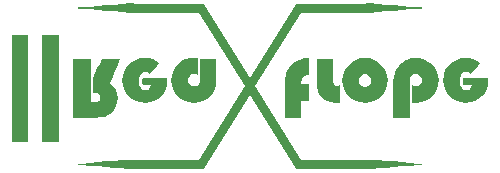
<source format=gbr>
G04 EAGLE Gerber RS-274X export*
G75*
%MOMM*%
%FSLAX34Y34*%
%LPD*%
%INSilkscreen Bottom*%
%IPPOS*%
%AMOC8*
5,1,8,0,0,1.08239X$1,22.5*%
G01*

G36*
X339562Y9246D02*
X339562Y9246D01*
X342914Y9491D01*
X349622Y9984D01*
X356329Y10504D01*
X363037Y11052D01*
X369745Y11627D01*
X376452Y12233D01*
X383157Y12891D01*
X383158Y12893D01*
X383160Y12895D01*
X383158Y12897D01*
X383157Y12900D01*
X376452Y13561D01*
X369745Y14168D01*
X363037Y14743D01*
X356329Y15291D01*
X349622Y15811D01*
X342914Y16304D01*
X339562Y16548D01*
X336207Y16769D01*
X336206Y16769D01*
X329499Y16700D01*
X277949Y16700D01*
X238918Y79045D01*
X277949Y141393D01*
X329499Y141393D01*
X336206Y141355D01*
X336206Y141356D01*
X336207Y141355D01*
X342914Y141838D01*
X349622Y142334D01*
X356329Y142851D01*
X363037Y143395D01*
X369745Y143960D01*
X376452Y144553D01*
X383157Y145190D01*
X383158Y145192D01*
X383160Y145193D01*
X383160Y145194D01*
X383158Y145196D01*
X383157Y145198D01*
X376452Y145836D01*
X369745Y146428D01*
X363037Y146993D01*
X356329Y147538D01*
X349622Y148054D01*
X342914Y148550D01*
X336207Y149033D01*
X336206Y149033D01*
X329499Y148995D01*
X273740Y148995D01*
X273738Y148993D01*
X273736Y148993D01*
X272620Y147212D01*
X234435Y86208D01*
X196250Y147212D01*
X195133Y148993D01*
X195131Y148994D01*
X195130Y148995D01*
X139371Y148995D01*
X132663Y149033D01*
X125955Y148550D01*
X119248Y148054D01*
X112540Y147538D01*
X105832Y146993D01*
X99128Y146428D01*
X92421Y145836D01*
X85713Y145198D01*
X85711Y145197D01*
X85709Y145195D01*
X85710Y145195D01*
X85709Y145194D01*
X85711Y145192D01*
X85713Y145190D01*
X92421Y144553D01*
X99128Y143960D01*
X105832Y143395D01*
X112540Y142851D01*
X119248Y142334D01*
X125955Y141838D01*
X132663Y141355D01*
X132663Y141356D01*
X132663Y141355D01*
X139371Y141393D01*
X190924Y141393D01*
X229951Y79045D01*
X190924Y16700D01*
X139371Y16700D01*
X132663Y16769D01*
X129307Y16548D01*
X125955Y16304D01*
X119248Y15811D01*
X112540Y15291D01*
X105832Y14743D01*
X99128Y14168D01*
X92421Y13561D01*
X85713Y12900D01*
X85711Y12898D01*
X85709Y12896D01*
X85710Y12896D01*
X85709Y12896D01*
X85711Y12894D01*
X85713Y12891D01*
X92421Y12233D01*
X99128Y11627D01*
X105832Y11052D01*
X112540Y10504D01*
X119248Y9984D01*
X125955Y9491D01*
X129307Y9246D01*
X132663Y9026D01*
X139371Y9095D01*
X195130Y9095D01*
X195132Y9096D01*
X195133Y9097D01*
X196250Y10881D01*
X234435Y71881D01*
X272620Y10881D01*
X273736Y9097D01*
X273739Y9096D01*
X273740Y9095D01*
X329499Y9095D01*
X336206Y9026D01*
X336207Y9026D01*
X339562Y9246D01*
G37*
G36*
X103676Y52248D02*
X103676Y52248D01*
X107786Y52517D01*
X107787Y52517D01*
X111408Y53326D01*
X111408Y53327D01*
X111409Y53327D01*
X114540Y54677D01*
X114540Y54678D01*
X114541Y54678D01*
X117183Y56566D01*
X117184Y56566D01*
X119520Y59143D01*
X119520Y59144D01*
X121191Y62048D01*
X121191Y62049D01*
X121192Y62049D01*
X122194Y65277D01*
X122194Y65278D01*
X122529Y68826D01*
X122528Y68827D01*
X122529Y68827D01*
X122112Y72469D01*
X122111Y72469D01*
X122111Y72470D01*
X120871Y75811D01*
X120871Y75812D01*
X118800Y78854D01*
X118800Y78855D01*
X115904Y81602D01*
X118043Y86750D01*
X120186Y91900D01*
X122325Y97051D01*
X124468Y102201D01*
X124468Y102202D01*
X124467Y102204D01*
X124466Y102207D01*
X124465Y102206D01*
X124464Y102207D01*
X108871Y102207D01*
X108869Y102205D01*
X108868Y102205D01*
X107066Y98177D01*
X105264Y94153D01*
X103462Y90126D01*
X101660Y86102D01*
X101661Y86101D01*
X101660Y86100D01*
X101660Y73257D01*
X101664Y73253D01*
X102835Y73253D01*
X104884Y73001D01*
X106347Y72248D01*
X107221Y70992D01*
X107517Y69230D01*
X107176Y67682D01*
X106161Y66574D01*
X104471Y65906D01*
X102105Y65686D01*
X99474Y65686D01*
X99474Y102203D01*
X99470Y102207D01*
X84611Y102207D01*
X84607Y102203D01*
X84607Y52252D01*
X84610Y52248D01*
X84611Y52248D01*
X103676Y52248D01*
X103676Y52248D01*
G37*
G36*
X369542Y52252D02*
X369542Y52252D01*
X369542Y82149D01*
X369869Y85334D01*
X370850Y87607D01*
X372482Y88973D01*
X374771Y89428D01*
X375845Y89331D01*
X376833Y89045D01*
X377735Y88574D01*
X378554Y87909D01*
X379235Y87111D01*
X379721Y86233D01*
X380013Y85273D01*
X380110Y84233D01*
X380017Y83163D01*
X379741Y82181D01*
X379287Y81290D01*
X378647Y80488D01*
X377876Y79824D01*
X377019Y79348D01*
X376082Y79063D01*
X375064Y78970D01*
X374286Y79053D01*
X373456Y79297D01*
X372568Y79710D01*
X371624Y80285D01*
X371623Y80285D01*
X371622Y80286D01*
X371621Y80285D01*
X371619Y80284D01*
X371619Y80283D01*
X371618Y80282D01*
X371618Y65206D01*
X371621Y65202D01*
X371622Y65202D01*
X372758Y65105D01*
X372759Y65105D01*
X373744Y65036D01*
X374588Y64995D01*
X375284Y64981D01*
X379005Y65329D01*
X379006Y65330D01*
X379006Y65329D01*
X382451Y66373D01*
X382451Y66374D01*
X382452Y66373D01*
X385621Y68110D01*
X385622Y68110D01*
X388513Y70546D01*
X390925Y73468D01*
X390925Y73469D01*
X392648Y76676D01*
X392648Y76677D01*
X393678Y80167D01*
X393678Y80168D01*
X394023Y83940D01*
X394022Y83940D01*
X394023Y83941D01*
X393675Y87792D01*
X393674Y87793D01*
X393675Y87793D01*
X392624Y91324D01*
X392623Y91325D01*
X392624Y91325D01*
X390873Y94543D01*
X390873Y94544D01*
X388423Y97448D01*
X385464Y99850D01*
X385463Y99850D01*
X382183Y101566D01*
X382182Y101566D01*
X378582Y102596D01*
X378581Y102596D01*
X374661Y102937D01*
X374660Y102937D01*
X372624Y102827D01*
X370612Y102489D01*
X370611Y102489D01*
X368624Y101928D01*
X368623Y101928D01*
X366663Y101146D01*
X366663Y101145D01*
X366662Y101145D01*
X364799Y100170D01*
X364798Y100170D01*
X363110Y99040D01*
X361587Y97755D01*
X360240Y96315D01*
X360240Y96314D01*
X360239Y96314D01*
X358317Y93482D01*
X358317Y93481D01*
X356945Y90264D01*
X356945Y90263D01*
X356122Y86656D01*
X356122Y86655D01*
X355846Y82662D01*
X355846Y52252D01*
X355850Y52248D01*
X369538Y52248D01*
X369542Y52252D01*
G37*
G36*
X72333Y31919D02*
X72333Y31919D01*
X72333Y122532D01*
X72330Y122537D01*
X72329Y122536D01*
X72329Y122537D01*
X58725Y122537D01*
X58720Y122533D01*
X58721Y122533D01*
X58720Y122532D01*
X58720Y31919D01*
X58724Y31915D01*
X58725Y31915D01*
X72329Y31915D01*
X72333Y31919D01*
G37*
G36*
X46447Y31919D02*
X46447Y31919D01*
X46447Y122532D01*
X46443Y122537D01*
X46443Y122536D01*
X46443Y122537D01*
X32842Y122537D01*
X32837Y122533D01*
X32838Y122533D01*
X32837Y122532D01*
X32837Y31919D01*
X32841Y31915D01*
X32842Y31915D01*
X46443Y31915D01*
X46447Y31919D01*
G37*
G36*
X191158Y65305D02*
X191158Y65305D01*
X191159Y65305D01*
X194883Y66277D01*
X194884Y66277D01*
X198139Y67896D01*
X198139Y67897D01*
X198140Y67897D01*
X200927Y70160D01*
X200927Y70161D01*
X200928Y70161D01*
X203164Y72986D01*
X204759Y76287D01*
X204759Y76288D01*
X205717Y80060D01*
X205717Y80061D01*
X206034Y84309D01*
X206034Y102203D01*
X206030Y102207D01*
X192346Y102207D01*
X192342Y102203D01*
X192342Y85294D01*
X192252Y83924D01*
X191987Y82698D01*
X191546Y81620D01*
X190930Y80687D01*
X190166Y79937D01*
X189282Y79400D01*
X188277Y79077D01*
X187147Y78970D01*
X186104Y79066D01*
X185137Y79362D01*
X184242Y79855D01*
X183419Y80543D01*
X182731Y81366D01*
X182239Y82261D01*
X181946Y83228D01*
X181846Y84271D01*
X181936Y85356D01*
X182201Y86337D01*
X182648Y87218D01*
X183271Y87999D01*
X184032Y88639D01*
X184889Y89097D01*
X185842Y89372D01*
X186893Y89462D01*
X187770Y89403D01*
X188621Y89224D01*
X189437Y88928D01*
X190218Y88512D01*
X190219Y88512D01*
X190220Y88511D01*
X190221Y88512D01*
X190224Y88513D01*
X190224Y88514D01*
X190225Y88515D01*
X190225Y102678D01*
X190221Y102682D01*
X189398Y102810D01*
X188612Y102903D01*
X187861Y102958D01*
X187148Y102975D01*
X187147Y102975D01*
X183202Y102638D01*
X183202Y102637D01*
X183202Y102638D01*
X179598Y101621D01*
X179597Y101621D01*
X176338Y99929D01*
X176337Y99929D01*
X173423Y97559D01*
X173423Y97558D01*
X173422Y97558D01*
X171021Y94678D01*
X171021Y94677D01*
X169305Y91456D01*
X169305Y91455D01*
X168275Y87890D01*
X168275Y87889D01*
X168274Y87889D01*
X168275Y87889D01*
X168274Y87889D01*
X167930Y83979D01*
X167930Y83978D01*
X168278Y80157D01*
X168278Y80156D01*
X169318Y76639D01*
X169319Y76639D01*
X169319Y76638D01*
X171052Y73424D01*
X171052Y73423D01*
X173477Y70509D01*
X173478Y70509D01*
X173478Y70508D01*
X176399Y68090D01*
X176400Y68090D01*
X176400Y68089D01*
X179621Y66363D01*
X179622Y66363D01*
X183143Y65326D01*
X183144Y65326D01*
X186964Y64981D01*
X186965Y64981D01*
X191158Y65305D01*
G37*
G36*
X421104Y65246D02*
X421104Y65246D01*
X421105Y65247D01*
X424598Y66259D01*
X424599Y66260D01*
X427776Y67944D01*
X427776Y67945D01*
X430636Y70308D01*
X430636Y70309D01*
X432996Y73165D01*
X432997Y73166D01*
X434685Y76332D01*
X435694Y79815D01*
X435694Y79816D01*
X435695Y79816D01*
X436032Y83613D01*
X436025Y84075D01*
X435998Y84654D01*
X435950Y85356D01*
X435950Y85357D01*
X435888Y86173D01*
X435884Y86177D01*
X435883Y86177D01*
X415134Y86177D01*
X415131Y86174D01*
X415129Y86174D01*
X414923Y85406D01*
X414923Y85405D01*
X414771Y84665D01*
X414771Y84664D01*
X414685Y83958D01*
X414654Y83283D01*
X414654Y83282D01*
X414695Y82373D01*
X414695Y82372D01*
X414819Y81470D01*
X414819Y81469D01*
X415026Y80577D01*
X415312Y79695D01*
X415315Y79693D01*
X415316Y79692D01*
X422266Y79692D01*
X421706Y77920D01*
X420756Y76654D01*
X419421Y75893D01*
X417696Y75638D01*
X416475Y75776D01*
X415373Y76182D01*
X414392Y76864D01*
X413528Y77814D01*
X412822Y78978D01*
X412320Y80297D01*
X412020Y81767D01*
X411917Y83393D01*
X412016Y85084D01*
X412306Y86602D01*
X412791Y87952D01*
X413473Y89136D01*
X414309Y90097D01*
X415270Y90782D01*
X416347Y91192D01*
X417548Y91329D01*
X418564Y91202D01*
X419558Y90816D01*
X420540Y90176D01*
X421497Y89281D01*
X421503Y89280D01*
X421503Y89281D01*
X423453Y91624D01*
X425403Y93966D01*
X427350Y96309D01*
X429299Y98648D01*
X429299Y98654D01*
X426498Y100529D01*
X426497Y100528D01*
X426497Y100529D01*
X423541Y101869D01*
X420440Y102672D01*
X420439Y102672D01*
X417184Y102937D01*
X417183Y102937D01*
X413283Y102596D01*
X413282Y102596D01*
X409706Y101576D01*
X409705Y101576D01*
X406457Y99871D01*
X406457Y99870D01*
X406456Y99870D01*
X403531Y97486D01*
X399906Y93153D01*
X399906Y93152D01*
X399905Y93151D01*
X398348Y87841D01*
X398349Y87841D01*
X398348Y87840D01*
X398004Y83979D01*
X398004Y83978D01*
X398352Y80126D01*
X398352Y80125D01*
X399399Y76584D01*
X399400Y76583D01*
X399399Y76583D01*
X401143Y73355D01*
X401143Y73354D01*
X403586Y70436D01*
X406535Y68017D01*
X406536Y68017D01*
X409802Y66291D01*
X409803Y66291D01*
X409803Y66290D01*
X413389Y65253D01*
X413390Y65254D01*
X413390Y65253D01*
X417293Y64909D01*
X417294Y64909D01*
X421104Y65246D01*
G37*
G36*
X149500Y65246D02*
X149500Y65246D01*
X149500Y65247D01*
X149501Y65247D01*
X152994Y66259D01*
X152994Y66260D01*
X152995Y66260D01*
X156168Y67944D01*
X156168Y67945D01*
X159028Y70308D01*
X159028Y70309D01*
X161392Y73165D01*
X161392Y73166D01*
X163077Y76332D01*
X164090Y79815D01*
X164090Y79816D01*
X164428Y83613D01*
X164417Y84075D01*
X164390Y84654D01*
X164345Y85356D01*
X164345Y85357D01*
X164280Y86173D01*
X164276Y86177D01*
X164275Y86177D01*
X143529Y86177D01*
X143526Y86174D01*
X143525Y86174D01*
X143315Y85406D01*
X143315Y85405D01*
X143167Y84665D01*
X143167Y84664D01*
X143166Y84664D01*
X143077Y83958D01*
X143049Y83283D01*
X143050Y83282D01*
X143049Y83282D01*
X143091Y82373D01*
X143091Y82372D01*
X143211Y81470D01*
X143212Y81469D01*
X143211Y81469D01*
X143418Y80577D01*
X143708Y79695D01*
X143711Y79693D01*
X143712Y79692D01*
X150658Y79692D01*
X150098Y77920D01*
X149152Y76654D01*
X147813Y75893D01*
X146089Y75638D01*
X144870Y75776D01*
X143769Y76182D01*
X142784Y76864D01*
X141920Y77814D01*
X141218Y78978D01*
X140715Y80297D01*
X140412Y81767D01*
X140312Y83393D01*
X140409Y85084D01*
X140701Y86602D01*
X141187Y87952D01*
X141865Y89136D01*
X142705Y90097D01*
X143662Y90782D01*
X144743Y91192D01*
X145944Y91329D01*
X146956Y91202D01*
X147954Y90816D01*
X148932Y90176D01*
X149893Y89281D01*
X149898Y89280D01*
X149898Y89281D01*
X149899Y89281D01*
X151849Y91624D01*
X153795Y93966D01*
X155745Y96309D01*
X157692Y98648D01*
X157692Y98654D01*
X157691Y98654D01*
X154890Y100529D01*
X154889Y100528D01*
X154889Y100529D01*
X151937Y101869D01*
X151936Y101869D01*
X148832Y102672D01*
X148831Y102672D01*
X145576Y102937D01*
X145575Y102937D01*
X141675Y102596D01*
X141674Y102596D01*
X138102Y101576D01*
X138101Y101576D01*
X134852Y99871D01*
X134852Y99870D01*
X131923Y97486D01*
X129508Y94595D01*
X129507Y94595D01*
X127781Y91380D01*
X126744Y87841D01*
X126744Y87840D01*
X126396Y83979D01*
X126396Y83978D01*
X126747Y80126D01*
X126748Y80126D01*
X126747Y80125D01*
X127795Y76584D01*
X127795Y76583D01*
X129538Y73355D01*
X129539Y73355D01*
X129539Y73354D01*
X131978Y70436D01*
X134927Y68017D01*
X134928Y68017D01*
X138198Y66291D01*
X138198Y66290D01*
X141781Y65253D01*
X141782Y65254D01*
X141782Y65253D01*
X145685Y64909D01*
X145686Y64909D01*
X149500Y65246D01*
G37*
G36*
X277875Y52252D02*
X277875Y52252D01*
X277874Y52252D01*
X277875Y52252D01*
X277875Y66225D01*
X284017Y66225D01*
X284021Y66229D01*
X284021Y80685D01*
X284017Y80689D01*
X277875Y80689D01*
X277961Y82693D01*
X277961Y82695D01*
X277962Y82703D01*
X277963Y82707D01*
X277964Y82712D01*
X277965Y82720D01*
X277966Y82724D01*
X277966Y82729D01*
X277968Y82737D01*
X277968Y82741D01*
X277969Y82746D01*
X277970Y82754D01*
X277971Y82758D01*
X277971Y82763D01*
X277972Y82763D01*
X277971Y82763D01*
X277972Y82767D01*
X277973Y82771D01*
X277973Y82775D01*
X277974Y82780D01*
X277975Y82784D01*
X277975Y82788D01*
X277976Y82792D01*
X277977Y82797D01*
X277977Y82801D01*
X277978Y82805D01*
X277979Y82809D01*
X277979Y82814D01*
X277980Y82818D01*
X277981Y82822D01*
X277981Y82826D01*
X277982Y82831D01*
X277983Y82835D01*
X277983Y82839D01*
X277984Y82843D01*
X277984Y82848D01*
X277985Y82852D01*
X277986Y82860D01*
X277987Y82865D01*
X277988Y82869D01*
X277989Y82877D01*
X277990Y82882D01*
X277990Y82886D01*
X277992Y82894D01*
X277992Y82899D01*
X277993Y82903D01*
X277994Y82911D01*
X277995Y82916D01*
X277995Y82920D01*
X277996Y82920D01*
X277995Y82920D01*
X277996Y82924D01*
X277997Y82928D01*
X277997Y82933D01*
X277998Y82937D01*
X277999Y82941D01*
X277999Y82945D01*
X278000Y82950D01*
X278001Y82954D01*
X278001Y82958D01*
X278002Y82962D01*
X278003Y82967D01*
X278003Y82971D01*
X278004Y82975D01*
X278005Y82979D01*
X278005Y82984D01*
X278006Y82988D01*
X278007Y82992D01*
X278007Y82996D01*
X278008Y83001D01*
X278008Y83005D01*
X278009Y83009D01*
X278010Y83013D01*
X278010Y83018D01*
X278011Y83022D01*
X278012Y83026D01*
X278013Y83035D01*
X278014Y83039D01*
X278014Y83043D01*
X278016Y83052D01*
X278016Y83056D01*
X278017Y83060D01*
X278018Y83069D01*
X278019Y83073D01*
X278019Y83077D01*
X278020Y83077D01*
X278019Y83077D01*
X278021Y83086D01*
X278021Y83090D01*
X278022Y83094D01*
X278023Y83098D01*
X278023Y83103D01*
X278024Y83107D01*
X278025Y83111D01*
X278025Y83115D01*
X278026Y83120D01*
X278027Y83124D01*
X278027Y83128D01*
X278028Y83132D01*
X278029Y83137D01*
X278029Y83141D01*
X278030Y83145D01*
X278030Y83149D01*
X278031Y83149D01*
X278031Y83154D01*
X278032Y83158D01*
X278032Y83162D01*
X278033Y83166D01*
X278034Y83171D01*
X278034Y83175D01*
X278035Y83179D01*
X278036Y83183D01*
X278037Y83192D01*
X278038Y83196D01*
X278038Y83200D01*
X278040Y83209D01*
X278040Y83213D01*
X278041Y83217D01*
X278042Y83226D01*
X278043Y83230D01*
X278043Y83234D01*
X278044Y83234D01*
X278043Y83234D01*
X278045Y83243D01*
X278045Y83247D01*
X278046Y83251D01*
X278047Y83260D01*
X278048Y83264D01*
X278049Y83268D01*
X278049Y83273D01*
X278050Y83277D01*
X278051Y83281D01*
X278051Y83285D01*
X278052Y83290D01*
X278053Y83294D01*
X278053Y83298D01*
X278054Y83302D01*
X278054Y83307D01*
X278055Y83307D01*
X278055Y83311D01*
X278056Y83315D01*
X278056Y83319D01*
X278057Y83324D01*
X278058Y83328D01*
X278058Y83332D01*
X278059Y83336D01*
X278060Y83341D01*
X278060Y83345D01*
X278061Y83349D01*
X278062Y83353D01*
X278062Y83358D01*
X278064Y83366D01*
X278064Y83370D01*
X278065Y83375D01*
X278066Y83383D01*
X278067Y83387D01*
X278067Y83392D01*
X278068Y83392D01*
X278067Y83392D01*
X278069Y83400D01*
X278069Y83404D01*
X278070Y83409D01*
X278071Y83417D01*
X278072Y83421D01*
X278073Y83426D01*
X278073Y83430D01*
X278074Y83434D01*
X278075Y83438D01*
X278075Y83443D01*
X278076Y83447D01*
X278077Y83451D01*
X278077Y83455D01*
X278078Y83460D01*
X278078Y83464D01*
X278079Y83464D01*
X278079Y83468D01*
X278080Y83472D01*
X278080Y83477D01*
X278081Y83481D01*
X278082Y83485D01*
X278082Y83489D01*
X278083Y83494D01*
X278084Y83498D01*
X278084Y83502D01*
X278085Y83506D01*
X278086Y83511D01*
X278086Y83515D01*
X278088Y83523D01*
X278088Y83528D01*
X278089Y83532D01*
X278090Y83540D01*
X278091Y83545D01*
X278091Y83549D01*
X278092Y83549D01*
X278091Y83549D01*
X278093Y83557D01*
X278093Y83562D01*
X278094Y83566D01*
X278095Y83574D01*
X278096Y83579D01*
X278097Y83583D01*
X278098Y83591D01*
X278099Y83596D01*
X278099Y83600D01*
X278100Y83604D01*
X278101Y83608D01*
X278101Y83613D01*
X278102Y83617D01*
X278102Y83621D01*
X278103Y83621D01*
X278103Y83625D01*
X278104Y83630D01*
X278104Y83634D01*
X278105Y83638D01*
X278106Y83642D01*
X278106Y83647D01*
X278107Y83651D01*
X278108Y83655D01*
X278108Y83659D01*
X278109Y83664D01*
X278110Y83668D01*
X278110Y83672D01*
X278111Y83676D01*
X278112Y83681D01*
X278112Y83685D01*
X278113Y83689D01*
X278114Y83698D01*
X278115Y83702D01*
X278115Y83706D01*
X278116Y83706D01*
X278115Y83706D01*
X278117Y83715D01*
X278117Y83719D01*
X278118Y83723D01*
X278119Y83732D01*
X278120Y83736D01*
X278121Y83740D01*
X278122Y83749D01*
X278123Y83753D01*
X278123Y83757D01*
X278124Y83761D01*
X278125Y83766D01*
X278125Y83770D01*
X278126Y83774D01*
X278126Y83778D01*
X278127Y83778D01*
X278127Y83783D01*
X278128Y83787D01*
X278128Y83791D01*
X278129Y83795D01*
X278130Y83800D01*
X278130Y83804D01*
X278131Y83808D01*
X278132Y83812D01*
X278132Y83817D01*
X278133Y83821D01*
X278134Y83825D01*
X278134Y83829D01*
X278135Y83834D01*
X278136Y83838D01*
X278136Y83842D01*
X278137Y83846D01*
X278138Y83851D01*
X278138Y83855D01*
X278139Y83859D01*
X278139Y83863D01*
X278140Y83863D01*
X278139Y83863D01*
X278141Y83872D01*
X278141Y83876D01*
X278142Y83880D01*
X278143Y83889D01*
X278144Y83893D01*
X278145Y83897D01*
X278146Y83906D01*
X278147Y83910D01*
X278147Y83914D01*
X278149Y83923D01*
X278149Y83927D01*
X278150Y83931D01*
X278150Y83936D01*
X278151Y83936D01*
X278151Y83940D01*
X278152Y83944D01*
X278152Y83948D01*
X278153Y83953D01*
X278154Y83957D01*
X278154Y83961D01*
X278155Y83965D01*
X278156Y83970D01*
X278156Y83974D01*
X278157Y83978D01*
X278158Y83982D01*
X278158Y83987D01*
X278159Y83991D01*
X278160Y83995D01*
X278160Y83999D01*
X278161Y84004D01*
X278162Y84008D01*
X278162Y84012D01*
X278163Y84016D01*
X278163Y84021D01*
X278164Y84021D01*
X278163Y84021D01*
X278165Y84029D01*
X278165Y84033D01*
X278166Y84038D01*
X278167Y84046D01*
X278168Y84050D01*
X278169Y84055D01*
X278170Y84063D01*
X278171Y84067D01*
X278171Y84072D01*
X278173Y84080D01*
X278173Y84084D01*
X278174Y84089D01*
X278174Y84093D01*
X278175Y84093D01*
X278175Y84097D01*
X278176Y84101D01*
X278176Y84106D01*
X278177Y84110D01*
X278178Y84114D01*
X278178Y84118D01*
X278179Y84123D01*
X278180Y84127D01*
X278180Y84131D01*
X278181Y84135D01*
X278182Y84140D01*
X278182Y84144D01*
X278183Y84148D01*
X278184Y84152D01*
X278184Y84157D01*
X278185Y84161D01*
X278186Y84165D01*
X278186Y84169D01*
X278187Y84174D01*
X278187Y84178D01*
X278188Y84178D01*
X278187Y84178D01*
X278188Y84182D01*
X278189Y84186D01*
X278189Y84191D01*
X278190Y84195D01*
X278191Y84203D01*
X278192Y84208D01*
X278193Y84212D01*
X278194Y84220D01*
X278195Y84225D01*
X278195Y84229D01*
X278197Y84237D01*
X278197Y84242D01*
X278198Y84246D01*
X278199Y84254D01*
X278200Y84259D01*
X278200Y84263D01*
X278201Y84267D01*
X278202Y84271D01*
X278202Y84276D01*
X278203Y84280D01*
X278204Y84284D01*
X278204Y84288D01*
X278205Y84293D01*
X278206Y84297D01*
X278206Y84301D01*
X278207Y84305D01*
X278208Y84310D01*
X278208Y84314D01*
X278209Y84318D01*
X278210Y84322D01*
X278210Y84327D01*
X278211Y84331D01*
X278211Y84335D01*
X278212Y84335D01*
X278211Y84335D01*
X278212Y84339D01*
X278213Y84344D01*
X278213Y84348D01*
X278214Y84352D01*
X278215Y84361D01*
X278216Y84363D01*
X278646Y85692D01*
X279245Y86683D01*
X280074Y87403D01*
X281186Y87915D01*
X282587Y88225D01*
X284275Y88329D01*
X284279Y88333D01*
X284279Y102713D01*
X284275Y102717D01*
X283779Y102734D01*
X283348Y102744D01*
X282990Y102751D01*
X282701Y102755D01*
X282700Y102755D01*
X280409Y102620D01*
X278183Y102214D01*
X276026Y101542D01*
X273934Y100594D01*
X271977Y99419D01*
X270223Y98051D01*
X268673Y96490D01*
X268672Y96490D01*
X267329Y94740D01*
X267329Y94739D01*
X267328Y94739D01*
X265950Y92186D01*
X264965Y89251D01*
X264965Y89250D01*
X264964Y89250D01*
X264961Y89232D01*
X264961Y89228D01*
X264960Y89228D01*
X264955Y89198D01*
X264954Y89194D01*
X264949Y89164D01*
X264948Y89160D01*
X264943Y89130D01*
X264942Y89126D01*
X264942Y89122D01*
X264936Y89092D01*
X264936Y89088D01*
X264930Y89058D01*
X264930Y89054D01*
X264924Y89024D01*
X264924Y89020D01*
X264918Y88990D01*
X264918Y88986D01*
X264912Y88956D01*
X264912Y88952D01*
X264911Y88952D01*
X264906Y88922D01*
X264905Y88918D01*
X264900Y88888D01*
X264899Y88884D01*
X264894Y88854D01*
X264893Y88850D01*
X264888Y88820D01*
X264887Y88816D01*
X264882Y88786D01*
X264881Y88782D01*
X264876Y88752D01*
X264875Y88748D01*
X264875Y88743D01*
X264869Y88714D01*
X264869Y88709D01*
X264863Y88680D01*
X264863Y88675D01*
X264862Y88675D01*
X264857Y88646D01*
X264856Y88641D01*
X264851Y88612D01*
X264850Y88607D01*
X264845Y88578D01*
X264844Y88573D01*
X264839Y88544D01*
X264838Y88539D01*
X264833Y88510D01*
X264832Y88505D01*
X264827Y88476D01*
X264826Y88471D01*
X264821Y88442D01*
X264820Y88437D01*
X264815Y88408D01*
X264814Y88403D01*
X264809Y88374D01*
X264808Y88369D01*
X264807Y88365D01*
X264802Y88335D01*
X264801Y88331D01*
X264796Y88301D01*
X264795Y88297D01*
X264790Y88267D01*
X264789Y88263D01*
X264784Y88233D01*
X264783Y88229D01*
X264778Y88199D01*
X264777Y88195D01*
X264772Y88165D01*
X264771Y88161D01*
X264766Y88131D01*
X264765Y88127D01*
X264760Y88097D01*
X264759Y88093D01*
X264754Y88063D01*
X264753Y88059D01*
X264748Y88029D01*
X264747Y88025D01*
X264742Y87995D01*
X264741Y87991D01*
X264740Y87987D01*
X264735Y87957D01*
X264734Y87953D01*
X264729Y87923D01*
X264728Y87919D01*
X264723Y87889D01*
X264722Y87885D01*
X264717Y87855D01*
X264716Y87851D01*
X264711Y87821D01*
X264710Y87817D01*
X264705Y87787D01*
X264704Y87783D01*
X264699Y87753D01*
X264698Y87749D01*
X264693Y87719D01*
X264692Y87715D01*
X264687Y87685D01*
X264686Y87681D01*
X264681Y87651D01*
X264680Y87647D01*
X264675Y87617D01*
X264674Y87613D01*
X264669Y87583D01*
X264668Y87579D01*
X264667Y87575D01*
X264662Y87545D01*
X264661Y87541D01*
X264656Y87511D01*
X264655Y87507D01*
X264650Y87477D01*
X264649Y87473D01*
X264644Y87443D01*
X264643Y87439D01*
X264638Y87409D01*
X264637Y87405D01*
X264632Y87375D01*
X264631Y87371D01*
X264626Y87341D01*
X264625Y87337D01*
X264620Y87307D01*
X264619Y87303D01*
X264614Y87273D01*
X264613Y87269D01*
X264608Y87239D01*
X264607Y87235D01*
X264602Y87205D01*
X264601Y87201D01*
X264600Y87196D01*
X264595Y87167D01*
X264594Y87162D01*
X264589Y87133D01*
X264588Y87128D01*
X264583Y87099D01*
X264582Y87094D01*
X264577Y87065D01*
X264576Y87060D01*
X264571Y87031D01*
X264570Y87026D01*
X264565Y86997D01*
X264564Y86992D01*
X264559Y86963D01*
X264558Y86958D01*
X264553Y86929D01*
X264552Y86924D01*
X264547Y86895D01*
X264546Y86890D01*
X264541Y86861D01*
X264540Y86856D01*
X264535Y86827D01*
X264534Y86822D01*
X264533Y86818D01*
X264528Y86788D01*
X264527Y86784D01*
X264522Y86754D01*
X264521Y86750D01*
X264516Y86720D01*
X264515Y86716D01*
X264510Y86686D01*
X264509Y86682D01*
X264504Y86652D01*
X264503Y86648D01*
X264498Y86618D01*
X264497Y86614D01*
X264492Y86584D01*
X264491Y86580D01*
X264486Y86550D01*
X264485Y86546D01*
X264480Y86516D01*
X264479Y86512D01*
X264474Y86482D01*
X264473Y86482D01*
X264474Y86482D01*
X264473Y86478D01*
X264467Y86448D01*
X264467Y86444D01*
X264466Y86440D01*
X264461Y86410D01*
X264460Y86406D01*
X264455Y86376D01*
X264454Y86372D01*
X264449Y86342D01*
X264448Y86338D01*
X264443Y86308D01*
X264442Y86304D01*
X264437Y86274D01*
X264436Y86270D01*
X264431Y86240D01*
X264430Y86236D01*
X264425Y86206D01*
X264424Y86206D01*
X264425Y86206D01*
X264424Y86202D01*
X264418Y86172D01*
X264418Y86168D01*
X264412Y86138D01*
X264412Y86134D01*
X264406Y86104D01*
X264406Y86100D01*
X264400Y86070D01*
X264400Y86066D01*
X264399Y86062D01*
X264394Y86032D01*
X264393Y86028D01*
X264388Y85998D01*
X264387Y85994D01*
X264382Y85964D01*
X264381Y85960D01*
X264376Y85930D01*
X264375Y85930D01*
X264376Y85930D01*
X264375Y85929D01*
X264376Y85929D01*
X264375Y85928D01*
X264372Y85866D01*
X264364Y85722D01*
X264357Y85577D01*
X264349Y85433D01*
X264341Y85288D01*
X264334Y85144D01*
X264326Y84999D01*
X264318Y84855D01*
X264311Y84710D01*
X264310Y84689D01*
X264302Y84544D01*
X264294Y84400D01*
X264287Y84255D01*
X264279Y84111D01*
X264271Y83966D01*
X264264Y83822D01*
X264256Y83677D01*
X264248Y83533D01*
X264241Y83388D01*
X264233Y83244D01*
X264225Y83099D01*
X264217Y82934D01*
X264209Y82789D01*
X264201Y82645D01*
X264194Y82500D01*
X264186Y82356D01*
X264179Y82221D01*
X264179Y52252D01*
X264183Y52248D01*
X277871Y52248D01*
X277875Y52252D01*
G37*
G36*
X307461Y64971D02*
X307461Y64971D01*
X308443Y65047D01*
X309545Y65171D01*
X310768Y65346D01*
X310772Y65350D01*
X310772Y65351D01*
X310772Y79989D01*
X310771Y79989D01*
X310772Y79990D01*
X310770Y79991D01*
X310768Y79993D01*
X310767Y79992D01*
X310766Y79993D01*
X310070Y79641D01*
X309402Y79390D01*
X308769Y79239D01*
X308170Y79187D01*
X306539Y79545D01*
X305373Y80615D01*
X304674Y82398D01*
X304440Y84895D01*
X304440Y102203D01*
X304436Y102207D01*
X290752Y102207D01*
X290747Y102203D01*
X290748Y102203D01*
X290747Y102203D01*
X290747Y82259D01*
X290748Y82259D01*
X290747Y82259D01*
X291016Y78507D01*
X291017Y78507D01*
X291016Y78506D01*
X291826Y75154D01*
X293177Y72201D01*
X293177Y72200D01*
X295065Y69647D01*
X295066Y69647D01*
X297405Y67590D01*
X297406Y67590D01*
X300107Y66122D01*
X303170Y65240D01*
X303171Y65240D01*
X306595Y64947D01*
X306596Y64947D01*
X307461Y64971D01*
G37*
G36*
X335883Y65295D02*
X335883Y65295D01*
X335884Y65295D01*
X339349Y66342D01*
X339350Y66343D01*
X339350Y66342D01*
X342537Y68086D01*
X342538Y68086D01*
X345449Y70525D01*
X345449Y70526D01*
X347875Y73454D01*
X347875Y73455D01*
X349608Y76662D01*
X349608Y76663D01*
X350645Y80146D01*
X350645Y80147D01*
X350646Y80147D01*
X350646Y80148D01*
X350646Y80153D01*
X350647Y80161D01*
X350647Y80165D01*
X350648Y80170D01*
X350648Y80174D01*
X350648Y80178D01*
X350649Y80182D01*
X350649Y80187D01*
X350650Y80191D01*
X350650Y80195D01*
X350650Y80199D01*
X350651Y80204D01*
X350652Y80212D01*
X350652Y80216D01*
X350652Y80221D01*
X350653Y80225D01*
X350654Y80233D01*
X350654Y80238D01*
X350654Y80242D01*
X350655Y80246D01*
X350655Y80250D01*
X350656Y80255D01*
X350656Y80259D01*
X350656Y80263D01*
X350657Y80267D01*
X350657Y80272D01*
X350657Y80276D01*
X350658Y80276D01*
X350657Y80276D01*
X350658Y80284D01*
X350659Y80289D01*
X350659Y80293D01*
X350659Y80297D01*
X350660Y80306D01*
X350661Y80310D01*
X350661Y80314D01*
X350661Y80318D01*
X350662Y80323D01*
X350662Y80327D01*
X350663Y80335D01*
X350663Y80340D01*
X350664Y80344D01*
X350664Y80348D01*
X350665Y80357D01*
X350665Y80361D01*
X350666Y80365D01*
X350666Y80369D01*
X350667Y80378D01*
X350667Y80382D01*
X350668Y80386D01*
X350668Y80391D01*
X350668Y80395D01*
X350669Y80395D01*
X350668Y80395D01*
X350669Y80399D01*
X350670Y80408D01*
X350670Y80412D01*
X350670Y80416D01*
X350671Y80420D01*
X350672Y80429D01*
X350672Y80433D01*
X350672Y80437D01*
X350673Y80442D01*
X350673Y80446D01*
X350674Y80450D01*
X350674Y80454D01*
X350674Y80459D01*
X350675Y80463D01*
X350675Y80467D01*
X350676Y80471D01*
X350676Y80480D01*
X350677Y80484D01*
X350677Y80488D01*
X350678Y80493D01*
X350678Y80501D01*
X350679Y80505D01*
X350679Y80510D01*
X350680Y80514D01*
X350680Y80518D01*
X350680Y80522D01*
X350681Y80527D01*
X350681Y80531D01*
X350681Y80535D01*
X350682Y80535D01*
X350681Y80535D01*
X350682Y80539D01*
X350682Y80544D01*
X350683Y80552D01*
X350683Y80556D01*
X350684Y80561D01*
X350684Y80565D01*
X350685Y80573D01*
X350685Y80578D01*
X350686Y80582D01*
X350686Y80586D01*
X350687Y80590D01*
X350687Y80595D01*
X350687Y80599D01*
X350688Y80603D01*
X350688Y80607D01*
X350689Y80612D01*
X350689Y80616D01*
X350690Y80624D01*
X350690Y80629D01*
X350691Y80633D01*
X350691Y80637D01*
X350692Y80646D01*
X350692Y80650D01*
X350692Y80654D01*
X350693Y80654D01*
X350692Y80654D01*
X350693Y80658D01*
X350693Y80663D01*
X350694Y80667D01*
X350694Y80671D01*
X350694Y80675D01*
X350695Y80680D01*
X350695Y80684D01*
X350696Y80688D01*
X350696Y80697D01*
X350697Y80701D01*
X350697Y80705D01*
X350698Y80709D01*
X350698Y80718D01*
X350699Y80722D01*
X350699Y80726D01*
X350700Y80731D01*
X350700Y80735D01*
X350700Y80739D01*
X350701Y80743D01*
X350701Y80748D01*
X350702Y80752D01*
X350702Y80756D01*
X350702Y80760D01*
X350703Y80769D01*
X350704Y80773D01*
X350704Y80777D01*
X350704Y80782D01*
X350705Y80790D01*
X350705Y80794D01*
X350706Y80794D01*
X350705Y80794D01*
X350706Y80799D01*
X350706Y80803D01*
X350707Y80807D01*
X350707Y80811D01*
X350708Y80820D01*
X350708Y80824D01*
X350709Y80828D01*
X350709Y80833D01*
X350710Y80841D01*
X350710Y80845D01*
X350711Y80850D01*
X350711Y80854D01*
X350712Y80862D01*
X350712Y80867D01*
X350713Y80871D01*
X350713Y80875D01*
X350713Y80879D01*
X350714Y80884D01*
X350715Y80892D01*
X350715Y80896D01*
X350715Y80901D01*
X350716Y80905D01*
X350716Y80913D01*
X350717Y80913D01*
X350716Y80913D01*
X350717Y80918D01*
X350717Y80922D01*
X350718Y80926D01*
X350718Y80930D01*
X350718Y80935D01*
X350719Y80939D01*
X350719Y80943D01*
X350720Y80947D01*
X350720Y80952D01*
X350720Y80956D01*
X350721Y80964D01*
X350722Y80969D01*
X350722Y80973D01*
X350722Y80977D01*
X350723Y80986D01*
X350724Y80990D01*
X350724Y80994D01*
X350724Y80998D01*
X350725Y81003D01*
X350725Y81007D01*
X350726Y81011D01*
X350726Y81015D01*
X350726Y81020D01*
X350727Y81024D01*
X350727Y81028D01*
X350728Y81037D01*
X350728Y81041D01*
X350729Y81045D01*
X350729Y81049D01*
X350730Y81058D01*
X350730Y81062D01*
X350731Y81066D01*
X350731Y81071D01*
X350731Y81075D01*
X350732Y81079D01*
X350732Y81083D01*
X350733Y81088D01*
X350733Y81092D01*
X350733Y81096D01*
X350734Y81100D01*
X350735Y81109D01*
X350735Y81113D01*
X350735Y81117D01*
X350736Y81122D01*
X350737Y81130D01*
X350737Y81134D01*
X350737Y81139D01*
X350738Y81143D01*
X350738Y81147D01*
X350739Y81151D01*
X350739Y81156D01*
X350739Y81160D01*
X350740Y81164D01*
X350740Y81168D01*
X350740Y81173D01*
X350741Y81173D01*
X350740Y81173D01*
X350741Y81181D01*
X350742Y81185D01*
X350742Y81190D01*
X350742Y81194D01*
X350743Y81202D01*
X350744Y81207D01*
X350744Y81211D01*
X350744Y81215D01*
X350745Y81219D01*
X350745Y81224D01*
X350746Y81228D01*
X350746Y81232D01*
X350746Y81236D01*
X350747Y81241D01*
X350747Y81245D01*
X350748Y81253D01*
X350748Y81258D01*
X350749Y81262D01*
X350749Y81266D01*
X350750Y81275D01*
X350750Y81279D01*
X350751Y81283D01*
X350751Y81287D01*
X350751Y81292D01*
X350752Y81292D01*
X350752Y81296D01*
X350753Y81304D01*
X350753Y81309D01*
X350753Y81313D01*
X350754Y81317D01*
X350755Y81326D01*
X350755Y81330D01*
X350755Y81334D01*
X350756Y81338D01*
X350757Y81347D01*
X350757Y81351D01*
X350757Y81355D01*
X350758Y81360D01*
X350758Y81364D01*
X350759Y81368D01*
X350759Y81377D01*
X350760Y81381D01*
X350760Y81385D01*
X350761Y81389D01*
X350761Y81398D01*
X350762Y81402D01*
X350762Y81406D01*
X350763Y81411D01*
X350763Y81415D01*
X350763Y81419D01*
X350764Y81423D01*
X350764Y81428D01*
X350764Y81432D01*
X350765Y81432D01*
X350764Y81432D01*
X350765Y81436D01*
X350765Y81440D01*
X350766Y81449D01*
X350766Y81453D01*
X350767Y81457D01*
X350767Y81462D01*
X350768Y81470D01*
X350768Y81474D01*
X350769Y81479D01*
X350769Y81483D01*
X350770Y81487D01*
X350770Y81491D01*
X350770Y81496D01*
X350771Y81500D01*
X350771Y81504D01*
X350772Y81508D01*
X350772Y81513D01*
X350773Y81521D01*
X350773Y81525D01*
X350774Y81530D01*
X350774Y81534D01*
X350775Y81542D01*
X350775Y81547D01*
X350775Y81551D01*
X350776Y81551D01*
X350775Y81551D01*
X350776Y81555D01*
X350776Y81559D01*
X350777Y81564D01*
X350777Y81568D01*
X350777Y81572D01*
X350778Y81576D01*
X350778Y81581D01*
X350779Y81585D01*
X350779Y81593D01*
X350780Y81598D01*
X350780Y81602D01*
X350781Y81606D01*
X350781Y81615D01*
X350782Y81619D01*
X350782Y81623D01*
X350783Y81627D01*
X350783Y81632D01*
X350783Y81636D01*
X350784Y81640D01*
X350784Y81644D01*
X350785Y81649D01*
X350785Y81653D01*
X350785Y81657D01*
X350786Y81666D01*
X350787Y81670D01*
X350787Y81674D01*
X350787Y81678D01*
X350788Y81687D01*
X350788Y81691D01*
X350789Y81691D01*
X350788Y81691D01*
X350789Y81695D01*
X350789Y81700D01*
X350790Y81704D01*
X350790Y81708D01*
X350790Y81712D01*
X350791Y81717D01*
X350791Y81721D01*
X350792Y81725D01*
X350792Y81729D01*
X350793Y81738D01*
X350793Y81742D01*
X350794Y81746D01*
X350794Y81751D01*
X350795Y81759D01*
X350795Y81763D01*
X350796Y81768D01*
X350796Y81772D01*
X350796Y81776D01*
X350797Y81780D01*
X350798Y81789D01*
X350798Y81793D01*
X350798Y81797D01*
X350799Y81802D01*
X350799Y81810D01*
X350800Y81810D01*
X350799Y81810D01*
X350800Y81814D01*
X350800Y81819D01*
X350801Y81823D01*
X350801Y81831D01*
X350802Y81836D01*
X350802Y81840D01*
X350803Y81844D01*
X350803Y81848D01*
X350803Y81853D01*
X350804Y81861D01*
X350805Y81865D01*
X350805Y81870D01*
X350805Y81874D01*
X350806Y81882D01*
X350807Y81887D01*
X350807Y81891D01*
X350807Y81895D01*
X350808Y81899D01*
X350808Y81904D01*
X350809Y81908D01*
X350809Y81912D01*
X350809Y81916D01*
X350810Y81921D01*
X350810Y81925D01*
X350811Y81933D01*
X350811Y81938D01*
X350812Y81942D01*
X350812Y81946D01*
X350813Y81955D01*
X350813Y81959D01*
X350814Y81963D01*
X350814Y81967D01*
X350814Y81972D01*
X350815Y81976D01*
X350815Y81980D01*
X350816Y81984D01*
X350816Y81989D01*
X350816Y81993D01*
X350817Y81997D01*
X350818Y82006D01*
X350818Y82010D01*
X350818Y82014D01*
X350819Y82018D01*
X350820Y82027D01*
X350820Y82031D01*
X350820Y82035D01*
X350821Y82040D01*
X350821Y82044D01*
X350822Y82048D01*
X350822Y82052D01*
X350822Y82057D01*
X350823Y82061D01*
X350823Y82065D01*
X350823Y82069D01*
X350824Y82069D01*
X350823Y82069D01*
X350824Y82078D01*
X350825Y82082D01*
X350825Y82086D01*
X350825Y82091D01*
X350826Y82099D01*
X350827Y82103D01*
X350827Y82108D01*
X350827Y82112D01*
X350828Y82116D01*
X350828Y82120D01*
X350829Y82125D01*
X350829Y82129D01*
X350829Y82133D01*
X350830Y82137D01*
X350830Y82142D01*
X350831Y82150D01*
X350831Y82154D01*
X350832Y82159D01*
X350832Y82163D01*
X350833Y82171D01*
X350833Y82176D01*
X350834Y82180D01*
X350834Y82184D01*
X350834Y82188D01*
X350835Y82188D01*
X350835Y82193D01*
X350835Y82197D01*
X350836Y82201D01*
X350836Y82205D01*
X350836Y82210D01*
X350837Y82214D01*
X350838Y82222D01*
X350838Y82227D01*
X350838Y82231D01*
X350839Y82235D01*
X350840Y82244D01*
X350840Y82248D01*
X350840Y82252D01*
X350841Y82256D01*
X350841Y82261D01*
X350842Y82265D01*
X350842Y82273D01*
X350843Y82278D01*
X350843Y82282D01*
X350844Y82286D01*
X350844Y82295D01*
X350845Y82299D01*
X350845Y82303D01*
X350846Y82307D01*
X350846Y82316D01*
X350847Y82320D01*
X350847Y82324D01*
X350847Y82329D01*
X350848Y82329D01*
X350847Y82329D01*
X350848Y82333D01*
X350848Y82337D01*
X350849Y82346D01*
X350849Y82350D01*
X350850Y82354D01*
X350850Y82358D01*
X350851Y82367D01*
X350851Y82371D01*
X350852Y82375D01*
X350852Y82380D01*
X350853Y82384D01*
X350853Y82388D01*
X350853Y82392D01*
X350854Y82397D01*
X350854Y82401D01*
X350855Y82405D01*
X350855Y82409D01*
X350856Y82418D01*
X350856Y82422D01*
X350857Y82426D01*
X350857Y82431D01*
X350858Y82439D01*
X350858Y82443D01*
X350858Y82448D01*
X350859Y82448D01*
X350858Y82448D01*
X350859Y82452D01*
X350859Y82456D01*
X350860Y82460D01*
X350860Y82465D01*
X350860Y82469D01*
X350861Y82473D01*
X350861Y82477D01*
X350862Y82482D01*
X350862Y82490D01*
X350863Y82494D01*
X350863Y82499D01*
X350864Y82503D01*
X350864Y82511D01*
X350865Y82516D01*
X350865Y82520D01*
X350866Y82524D01*
X350866Y82528D01*
X350866Y82533D01*
X350867Y82537D01*
X350867Y82541D01*
X350868Y82545D01*
X350868Y82550D01*
X350868Y82554D01*
X350869Y82562D01*
X350870Y82567D01*
X350870Y82571D01*
X350870Y82575D01*
X350871Y82584D01*
X350871Y82588D01*
X350872Y82588D01*
X350871Y82588D01*
X350872Y82592D01*
X350872Y82596D01*
X350873Y82601D01*
X350873Y82605D01*
X350873Y82609D01*
X350874Y82613D01*
X350874Y82618D01*
X350875Y82622D01*
X350875Y82626D01*
X350876Y82635D01*
X350876Y82639D01*
X350877Y82643D01*
X350877Y82647D01*
X350878Y82656D01*
X350878Y82660D01*
X350879Y82664D01*
X350879Y82669D01*
X350879Y82673D01*
X350880Y82677D01*
X350880Y82681D01*
X350881Y82686D01*
X350881Y82690D01*
X350881Y82694D01*
X350882Y82698D01*
X350882Y82707D01*
X350883Y82707D01*
X350882Y82707D01*
X350883Y82711D01*
X350883Y82715D01*
X350884Y82720D01*
X350884Y82728D01*
X350885Y82732D01*
X350885Y82737D01*
X350886Y82741D01*
X350886Y82745D01*
X350886Y82749D01*
X350887Y82754D01*
X350887Y82758D01*
X350888Y82762D01*
X350888Y82766D01*
X350888Y82771D01*
X350889Y82779D01*
X350890Y82783D01*
X350890Y82788D01*
X350890Y82792D01*
X350891Y82800D01*
X350892Y82805D01*
X350892Y82809D01*
X350892Y82813D01*
X350893Y82817D01*
X350893Y82822D01*
X350894Y82830D01*
X350894Y82834D01*
X350895Y82839D01*
X350895Y82843D01*
X350896Y82851D01*
X350896Y82856D01*
X350897Y82860D01*
X350897Y82864D01*
X350898Y82873D01*
X350898Y82877D01*
X350899Y82881D01*
X350899Y82885D01*
X350899Y82890D01*
X350900Y82894D01*
X350901Y82902D01*
X350901Y82907D01*
X350901Y82911D01*
X350902Y82915D01*
X350903Y82924D01*
X350903Y82928D01*
X350903Y82932D01*
X350904Y82936D01*
X350904Y82941D01*
X350905Y82945D01*
X350905Y82949D01*
X350905Y82953D01*
X350906Y82958D01*
X350906Y82962D01*
X350906Y82966D01*
X350907Y82966D01*
X350906Y82966D01*
X350907Y82975D01*
X350908Y82979D01*
X350908Y82983D01*
X350908Y82987D01*
X350909Y82996D01*
X350910Y83000D01*
X350910Y83004D01*
X350910Y83009D01*
X350911Y83013D01*
X350911Y83017D01*
X350912Y83021D01*
X350912Y83026D01*
X350912Y83030D01*
X350913Y83034D01*
X350913Y83038D01*
X350914Y83047D01*
X350914Y83051D01*
X350915Y83055D01*
X350915Y83060D01*
X350916Y83068D01*
X350916Y83072D01*
X350917Y83077D01*
X350917Y83081D01*
X350917Y83085D01*
X350918Y83085D01*
X350918Y83089D01*
X350918Y83094D01*
X350919Y83098D01*
X350919Y83102D01*
X350919Y83106D01*
X350920Y83111D01*
X350921Y83119D01*
X350921Y83123D01*
X350921Y83128D01*
X350922Y83132D01*
X350923Y83140D01*
X350923Y83145D01*
X350923Y83149D01*
X350924Y83153D01*
X350924Y83157D01*
X350925Y83162D01*
X350925Y83166D01*
X350925Y83170D01*
X350926Y83174D01*
X350926Y83179D01*
X350927Y83183D01*
X350927Y83191D01*
X350928Y83196D01*
X350928Y83200D01*
X350929Y83204D01*
X350929Y83213D01*
X350930Y83217D01*
X350930Y83221D01*
X350930Y83225D01*
X350931Y83225D01*
X350930Y83225D01*
X350931Y83230D01*
X350931Y83234D01*
X350932Y83238D01*
X350932Y83242D01*
X350932Y83247D01*
X350933Y83251D01*
X350933Y83255D01*
X350934Y83264D01*
X350934Y83268D01*
X350935Y83272D01*
X350935Y83276D01*
X350936Y83285D01*
X350936Y83289D01*
X350937Y83293D01*
X350937Y83298D01*
X350938Y83302D01*
X350938Y83306D01*
X350939Y83315D01*
X350939Y83319D01*
X350940Y83323D01*
X350940Y83327D01*
X350941Y83336D01*
X350941Y83340D01*
X350941Y83344D01*
X350942Y83344D01*
X350941Y83344D01*
X350942Y83349D01*
X350943Y83357D01*
X350943Y83361D01*
X350943Y83366D01*
X350944Y83370D01*
X350944Y83374D01*
X350945Y83378D01*
X350945Y83387D01*
X350946Y83391D01*
X350946Y83395D01*
X350947Y83400D01*
X350947Y83408D01*
X350948Y83412D01*
X350948Y83417D01*
X350949Y83421D01*
X350949Y83425D01*
X350949Y83429D01*
X350950Y83434D01*
X350950Y83438D01*
X350951Y83442D01*
X350951Y83446D01*
X350951Y83451D01*
X350952Y83459D01*
X350953Y83463D01*
X350953Y83468D01*
X350953Y83472D01*
X350954Y83480D01*
X350954Y83485D01*
X350955Y83485D01*
X350954Y83485D01*
X350955Y83489D01*
X350955Y83493D01*
X350956Y83497D01*
X350956Y83502D01*
X350956Y83506D01*
X350957Y83510D01*
X350957Y83514D01*
X350958Y83519D01*
X350958Y83523D01*
X350959Y83531D01*
X350959Y83536D01*
X350960Y83540D01*
X350960Y83544D01*
X350961Y83553D01*
X350961Y83557D01*
X350962Y83561D01*
X350962Y83565D01*
X350962Y83570D01*
X350963Y83574D01*
X350963Y83578D01*
X350964Y83582D01*
X350964Y83587D01*
X350964Y83591D01*
X350965Y83595D01*
X350965Y83604D01*
X350966Y83604D01*
X350965Y83604D01*
X350966Y83608D01*
X350966Y83612D01*
X350967Y83616D01*
X350967Y83625D01*
X350968Y83629D01*
X350968Y83633D01*
X350969Y83638D01*
X350969Y83642D01*
X350969Y83646D01*
X350970Y83650D01*
X350970Y83655D01*
X350971Y83659D01*
X350971Y83663D01*
X350971Y83667D01*
X350972Y83676D01*
X350973Y83680D01*
X350973Y83684D01*
X350973Y83689D01*
X350974Y83697D01*
X350975Y83701D01*
X350975Y83706D01*
X350975Y83710D01*
X350976Y83714D01*
X350976Y83718D01*
X350977Y83723D01*
X350977Y83727D01*
X350977Y83731D01*
X350978Y83735D01*
X350978Y83740D01*
X350979Y83748D01*
X350979Y83752D01*
X350980Y83757D01*
X350980Y83761D01*
X350981Y83769D01*
X350981Y83774D01*
X350982Y83778D01*
X350982Y83782D01*
X350982Y83786D01*
X350983Y83791D01*
X350984Y83799D01*
X350984Y83803D01*
X350984Y83808D01*
X350985Y83812D01*
X350986Y83820D01*
X350986Y83825D01*
X350986Y83829D01*
X350987Y83833D01*
X350988Y83842D01*
X350988Y83846D01*
X350988Y83850D01*
X350989Y83854D01*
X350989Y83859D01*
X350989Y83863D01*
X350990Y83863D01*
X350989Y83863D01*
X350990Y83871D01*
X350991Y83876D01*
X350991Y83880D01*
X350991Y83884D01*
X350992Y83893D01*
X350993Y83897D01*
X350993Y83901D01*
X350993Y83905D01*
X350993Y83906D01*
X350642Y87710D01*
X349588Y91224D01*
X349587Y91225D01*
X347834Y94446D01*
X347833Y94447D01*
X345374Y97375D01*
X345373Y97376D01*
X342421Y99808D01*
X342420Y99808D01*
X342420Y99809D01*
X339175Y101548D01*
X339174Y101548D01*
X339174Y101549D01*
X335639Y102589D01*
X335638Y102589D01*
X331814Y102937D01*
X331797Y102937D01*
X331792Y102934D01*
X331793Y102933D01*
X331792Y102933D01*
X331792Y89428D01*
X331796Y89424D01*
X332833Y89328D01*
X333810Y89025D01*
X334709Y88522D01*
X335525Y87816D01*
X336206Y86973D01*
X336692Y86044D01*
X336981Y85035D01*
X337081Y83940D01*
X337080Y83932D01*
X337079Y83928D01*
X337079Y83923D01*
X337079Y83919D01*
X337078Y83915D01*
X337078Y83911D01*
X337077Y83902D01*
X337077Y83898D01*
X337077Y83894D01*
X337076Y83894D01*
X337077Y83894D01*
X337076Y83889D01*
X337076Y83885D01*
X337075Y83881D01*
X337075Y83872D01*
X337074Y83868D01*
X337074Y83864D01*
X337074Y83860D01*
X337073Y83855D01*
X337073Y83851D01*
X337072Y83843D01*
X337072Y83838D01*
X337071Y83834D01*
X337071Y83830D01*
X337071Y83826D01*
X337070Y83821D01*
X337069Y83813D01*
X337069Y83809D01*
X337069Y83804D01*
X337068Y83800D01*
X337068Y83796D01*
X337068Y83792D01*
X337067Y83783D01*
X337067Y83779D01*
X337066Y83779D01*
X337067Y83779D01*
X337066Y83775D01*
X337066Y83770D01*
X337065Y83766D01*
X337065Y83762D01*
X337065Y83758D01*
X337064Y83753D01*
X337064Y83749D01*
X337064Y83745D01*
X337063Y83741D01*
X337063Y83736D01*
X337062Y83732D01*
X337062Y83728D01*
X337062Y83724D01*
X337061Y83719D01*
X337061Y83715D01*
X337061Y83711D01*
X337060Y83707D01*
X337060Y83702D01*
X337059Y83698D01*
X337059Y83694D01*
X337059Y83690D01*
X337058Y83685D01*
X337058Y83681D01*
X337058Y83677D01*
X337057Y83673D01*
X337057Y83668D01*
X337057Y83664D01*
X337056Y83664D01*
X337057Y83664D01*
X337056Y83660D01*
X337056Y83656D01*
X337055Y83651D01*
X337055Y83647D01*
X337055Y83643D01*
X337054Y83639D01*
X337054Y83634D01*
X337054Y83630D01*
X337053Y83626D01*
X337053Y83622D01*
X337052Y83617D01*
X337052Y83613D01*
X337052Y83609D01*
X337051Y83605D01*
X337051Y83600D01*
X337051Y83596D01*
X337050Y83592D01*
X337050Y83588D01*
X337049Y83583D01*
X337049Y83579D01*
X337049Y83575D01*
X337048Y83571D01*
X337048Y83566D01*
X337048Y83562D01*
X337047Y83558D01*
X337047Y83549D01*
X337046Y83549D01*
X337047Y83549D01*
X337046Y83545D01*
X337046Y83541D01*
X337045Y83537D01*
X337045Y83532D01*
X337045Y83528D01*
X337044Y83520D01*
X337044Y83515D01*
X337043Y83511D01*
X337043Y83507D01*
X337042Y83503D01*
X337042Y83498D01*
X337041Y83490D01*
X337041Y83486D01*
X337041Y83481D01*
X337040Y83477D01*
X337040Y83473D01*
X337039Y83469D01*
X337039Y83460D01*
X337038Y83456D01*
X337038Y83452D01*
X337038Y83447D01*
X337037Y83443D01*
X337037Y83439D01*
X337036Y83430D01*
X337036Y83426D01*
X337035Y83422D01*
X337035Y83418D01*
X337035Y83413D01*
X337034Y83409D01*
X337034Y83401D01*
X337033Y83396D01*
X337033Y83392D01*
X337032Y83388D01*
X337032Y83384D01*
X337032Y83379D01*
X337031Y83371D01*
X337031Y83367D01*
X337030Y83362D01*
X337030Y83358D01*
X337029Y83354D01*
X337029Y83350D01*
X337029Y83345D01*
X337028Y83341D01*
X337028Y83337D01*
X337028Y83333D01*
X337027Y83328D01*
X337027Y83324D01*
X337026Y83320D01*
X337026Y83316D01*
X337026Y83311D01*
X337025Y83307D01*
X337025Y83303D01*
X337025Y83299D01*
X337024Y83294D01*
X337024Y83290D01*
X337024Y83286D01*
X337023Y83282D01*
X337023Y83277D01*
X337022Y83273D01*
X337022Y83269D01*
X337022Y83265D01*
X337021Y83260D01*
X337021Y83256D01*
X337021Y83252D01*
X337020Y83248D01*
X337020Y83243D01*
X337019Y83239D01*
X337019Y83235D01*
X337019Y83231D01*
X337018Y83226D01*
X337018Y83222D01*
X337018Y83218D01*
X337017Y83214D01*
X337017Y83209D01*
X337016Y83205D01*
X337016Y83201D01*
X337016Y83197D01*
X337015Y83192D01*
X337015Y83188D01*
X337015Y83184D01*
X337014Y83180D01*
X337014Y83175D01*
X337014Y83171D01*
X337013Y83171D01*
X337014Y83171D01*
X337013Y83167D01*
X337013Y83163D01*
X337012Y83158D01*
X337012Y83154D01*
X337012Y83150D01*
X337011Y83146D01*
X337011Y83137D01*
X337010Y83133D01*
X337010Y83129D01*
X337009Y83124D01*
X337009Y83120D01*
X337009Y83116D01*
X337008Y83107D01*
X337008Y83103D01*
X337007Y83099D01*
X337007Y83095D01*
X337006Y83090D01*
X337006Y83086D01*
X337005Y83078D01*
X337005Y83073D01*
X337005Y83069D01*
X337004Y83065D01*
X337004Y83061D01*
X337004Y83056D01*
X337003Y83056D01*
X337004Y83056D01*
X337003Y83048D01*
X337002Y83044D01*
X337002Y83039D01*
X337002Y83035D01*
X337001Y83031D01*
X337001Y83027D01*
X337000Y83018D01*
X337000Y83014D01*
X336999Y83010D01*
X336999Y83005D01*
X336999Y83001D01*
X336998Y82997D01*
X336998Y82988D01*
X336997Y82984D01*
X336997Y82980D01*
X336996Y82976D01*
X336996Y82971D01*
X336996Y82967D01*
X336995Y82963D01*
X336995Y82959D01*
X336995Y82954D01*
X336994Y82950D01*
X336994Y82946D01*
X336994Y82942D01*
X336993Y82942D01*
X336994Y82942D01*
X336993Y82937D01*
X336993Y82933D01*
X336992Y82929D01*
X336992Y82925D01*
X336992Y82920D01*
X336991Y82916D01*
X336991Y82912D01*
X336991Y82908D01*
X336990Y82903D01*
X336990Y82899D01*
X336989Y82895D01*
X336989Y82891D01*
X336989Y82886D01*
X336988Y82882D01*
X336988Y82878D01*
X336988Y82874D01*
X336987Y82869D01*
X336987Y82865D01*
X336986Y82861D01*
X336986Y82857D01*
X336986Y82852D01*
X336985Y82848D01*
X336985Y82844D01*
X336985Y82840D01*
X336984Y82835D01*
X336695Y81816D01*
X336217Y80887D01*
X335542Y80047D01*
X334733Y79352D01*
X333834Y78856D01*
X332850Y78556D01*
X331796Y78457D01*
X331792Y78452D01*
X331792Y64982D01*
X331796Y64978D01*
X332144Y64947D01*
X332145Y64947D01*
X335883Y65295D01*
G37*
G36*
X331759Y64981D02*
X331759Y64981D01*
X331759Y64982D01*
X331760Y64982D01*
X331760Y78452D01*
X331756Y78457D01*
X331756Y78456D01*
X331755Y78457D01*
X331735Y78457D01*
X330681Y78556D01*
X329707Y78856D01*
X328816Y79352D01*
X328007Y80047D01*
X327335Y80887D01*
X326853Y81816D01*
X326568Y82835D01*
X326471Y83940D01*
X326471Y83941D01*
X326472Y83945D01*
X326472Y83949D01*
X326472Y83953D01*
X326473Y83958D01*
X326473Y83962D01*
X326474Y83966D01*
X326474Y83970D01*
X326474Y83975D01*
X326475Y83979D01*
X326475Y83983D01*
X326475Y83987D01*
X326476Y83992D01*
X326476Y83996D01*
X326477Y84000D01*
X326477Y84004D01*
X326477Y84009D01*
X326478Y84013D01*
X326478Y84017D01*
X326480Y84034D01*
X326480Y84038D01*
X326480Y84043D01*
X326481Y84047D01*
X326481Y84051D01*
X326481Y84055D01*
X326482Y84060D01*
X326482Y84064D01*
X326483Y84068D01*
X326483Y84072D01*
X326483Y84077D01*
X326484Y84081D01*
X326484Y84085D01*
X326484Y84089D01*
X326485Y84094D01*
X326485Y84098D01*
X326486Y84102D01*
X326486Y84106D01*
X326486Y84111D01*
X326487Y84115D01*
X326487Y84119D01*
X326487Y84123D01*
X326488Y84128D01*
X326488Y84132D01*
X326489Y84136D01*
X326489Y84140D01*
X326489Y84145D01*
X326490Y84149D01*
X326490Y84153D01*
X326490Y84157D01*
X326491Y84162D01*
X326491Y84166D01*
X326492Y84170D01*
X326492Y84174D01*
X326492Y84179D01*
X326493Y84183D01*
X326493Y84187D01*
X326493Y84191D01*
X326494Y84196D01*
X326494Y84200D01*
X326495Y84204D01*
X326495Y84208D01*
X326495Y84213D01*
X326496Y84217D01*
X326496Y84221D01*
X326496Y84225D01*
X326497Y84230D01*
X326498Y84247D01*
X326499Y84251D01*
X326499Y84255D01*
X326499Y84259D01*
X326500Y84264D01*
X326500Y84268D01*
X326500Y84272D01*
X326501Y84272D01*
X326500Y84272D01*
X326501Y84276D01*
X326501Y84281D01*
X326502Y84285D01*
X326502Y84289D01*
X326502Y84293D01*
X326503Y84298D01*
X326503Y84302D01*
X326503Y84306D01*
X326504Y84306D01*
X326503Y84306D01*
X326504Y84310D01*
X326504Y84315D01*
X326505Y84319D01*
X326505Y84323D01*
X326505Y84327D01*
X326506Y84332D01*
X326506Y84336D01*
X326506Y84340D01*
X326507Y84340D01*
X326506Y84340D01*
X326507Y84344D01*
X326507Y84349D01*
X326508Y84353D01*
X326508Y84357D01*
X326508Y84361D01*
X326509Y84366D01*
X326509Y84370D01*
X326509Y84374D01*
X326510Y84374D01*
X326509Y84374D01*
X326510Y84378D01*
X326510Y84383D01*
X326511Y84387D01*
X326511Y84391D01*
X326511Y84395D01*
X326512Y84400D01*
X326512Y84404D01*
X326512Y84408D01*
X326513Y84408D01*
X326512Y84408D01*
X326513Y84412D01*
X326513Y84417D01*
X326514Y84421D01*
X326514Y84425D01*
X326514Y84429D01*
X326515Y84434D01*
X326515Y84438D01*
X326515Y84442D01*
X326516Y84442D01*
X326515Y84442D01*
X326517Y84459D01*
X326517Y84463D01*
X326518Y84468D01*
X326518Y84472D01*
X326518Y84476D01*
X326519Y84480D01*
X326519Y84485D01*
X326520Y84489D01*
X326520Y84493D01*
X326520Y84497D01*
X326521Y84502D01*
X326521Y84506D01*
X326521Y84510D01*
X326522Y84514D01*
X326522Y84519D01*
X326523Y84523D01*
X326523Y84527D01*
X326523Y84531D01*
X326524Y84536D01*
X326524Y84540D01*
X326524Y84544D01*
X326525Y84548D01*
X326525Y84553D01*
X326526Y84557D01*
X326526Y84561D01*
X326526Y84565D01*
X326527Y84570D01*
X326527Y84574D01*
X326527Y84578D01*
X326528Y84582D01*
X326528Y84587D01*
X326529Y84591D01*
X326529Y84595D01*
X326529Y84599D01*
X326530Y84604D01*
X326530Y84608D01*
X326530Y84612D01*
X326531Y84616D01*
X326531Y84621D01*
X326532Y84625D01*
X326532Y84629D01*
X326532Y84633D01*
X326533Y84638D01*
X326533Y84642D01*
X326533Y84646D01*
X326534Y84650D01*
X326534Y84655D01*
X326536Y84672D01*
X326536Y84676D01*
X326536Y84680D01*
X326537Y84684D01*
X326537Y84689D01*
X326538Y84693D01*
X326538Y84697D01*
X326538Y84701D01*
X326539Y84706D01*
X326539Y84710D01*
X326539Y84714D01*
X326540Y84718D01*
X326540Y84723D01*
X326541Y84727D01*
X326541Y84731D01*
X326541Y84735D01*
X326542Y84740D01*
X326542Y84744D01*
X326542Y84748D01*
X326543Y84752D01*
X326543Y84757D01*
X326544Y84761D01*
X326544Y84765D01*
X326544Y84769D01*
X326545Y84774D01*
X326545Y84778D01*
X326545Y84782D01*
X326546Y84786D01*
X326546Y84791D01*
X326547Y84795D01*
X326547Y84799D01*
X326547Y84803D01*
X326548Y84808D01*
X326548Y84812D01*
X326548Y84816D01*
X326549Y84820D01*
X326549Y84825D01*
X326550Y84829D01*
X326550Y84833D01*
X326550Y84837D01*
X326551Y84842D01*
X326551Y84846D01*
X326551Y84850D01*
X326552Y84854D01*
X326552Y84859D01*
X326553Y84863D01*
X326553Y84867D01*
X326554Y84880D01*
X326554Y84884D01*
X326555Y84888D01*
X326555Y84893D01*
X326556Y84897D01*
X326556Y84901D01*
X326556Y84905D01*
X326557Y84910D01*
X326557Y84914D01*
X326557Y84918D01*
X326558Y84922D01*
X326558Y84927D01*
X326559Y84931D01*
X326559Y84935D01*
X326559Y84939D01*
X326560Y84944D01*
X326560Y84948D01*
X326560Y84952D01*
X326561Y84956D01*
X326561Y84961D01*
X326562Y84965D01*
X326562Y84969D01*
X326562Y84973D01*
X326563Y84978D01*
X326563Y84982D01*
X326563Y84986D01*
X326564Y84990D01*
X326564Y84995D01*
X326565Y84999D01*
X326565Y85003D01*
X326565Y85007D01*
X326566Y85012D01*
X326566Y85016D01*
X326566Y85020D01*
X326567Y85024D01*
X326567Y85029D01*
X326568Y85033D01*
X326568Y85035D01*
X326860Y86044D01*
X327346Y86973D01*
X328024Y87817D01*
X328840Y88522D01*
X329731Y89025D01*
X330695Y89328D01*
X331734Y89428D01*
X331755Y89424D01*
X331755Y89425D01*
X331759Y89427D01*
X331759Y89428D01*
X331760Y89428D01*
X331760Y102933D01*
X331756Y102937D01*
X331755Y102937D01*
X327945Y102589D01*
X327944Y102589D01*
X324406Y101542D01*
X324405Y101541D01*
X324405Y101542D01*
X321156Y99798D01*
X321155Y99798D01*
X318193Y97355D01*
X318192Y97355D01*
X315725Y94423D01*
X315725Y94422D01*
X313964Y91205D01*
X313965Y91204D01*
X313964Y91204D01*
X312910Y87697D01*
X312910Y87696D01*
X312910Y87694D01*
X312909Y87690D01*
X312909Y87686D01*
X312908Y87677D01*
X312908Y87673D01*
X312907Y87669D01*
X312906Y87660D01*
X312906Y87656D01*
X312906Y87652D01*
X312905Y87648D01*
X312905Y87643D01*
X312904Y87639D01*
X312904Y87635D01*
X312904Y87631D01*
X312903Y87626D01*
X312903Y87622D01*
X312902Y87614D01*
X312902Y87609D01*
X312901Y87605D01*
X312901Y87597D01*
X312900Y87597D01*
X312901Y87597D01*
X312900Y87592D01*
X312900Y87588D01*
X312899Y87584D01*
X312899Y87580D01*
X312899Y87575D01*
X312898Y87575D01*
X312899Y87575D01*
X312898Y87571D01*
X312898Y87567D01*
X312897Y87563D01*
X312897Y87558D01*
X312896Y87550D01*
X312896Y87546D01*
X312895Y87541D01*
X312895Y87533D01*
X312894Y87529D01*
X312894Y87524D01*
X312893Y87520D01*
X312893Y87516D01*
X312893Y87512D01*
X312892Y87507D01*
X312892Y87503D01*
X312891Y87499D01*
X312891Y87495D01*
X312890Y87486D01*
X312890Y87482D01*
X312889Y87478D01*
X312889Y87469D01*
X312888Y87465D01*
X312888Y87461D01*
X312887Y87456D01*
X312887Y87452D01*
X312887Y87448D01*
X312886Y87444D01*
X312886Y87439D01*
X312885Y87435D01*
X312885Y87431D01*
X312884Y87422D01*
X312884Y87418D01*
X312883Y87414D01*
X312883Y87405D01*
X312882Y87401D01*
X312882Y87397D01*
X312881Y87393D01*
X312881Y87388D01*
X312881Y87384D01*
X312880Y87380D01*
X312880Y87376D01*
X312879Y87371D01*
X312879Y87367D01*
X312878Y87359D01*
X312878Y87354D01*
X312877Y87350D01*
X312877Y87342D01*
X312876Y87337D01*
X312876Y87333D01*
X312875Y87329D01*
X312875Y87325D01*
X312875Y87320D01*
X312874Y87316D01*
X312874Y87312D01*
X312873Y87308D01*
X312873Y87303D01*
X312872Y87295D01*
X312872Y87291D01*
X312871Y87286D01*
X312871Y87278D01*
X312870Y87274D01*
X312870Y87269D01*
X312869Y87265D01*
X312869Y87261D01*
X312869Y87257D01*
X312868Y87252D01*
X312868Y87248D01*
X312867Y87244D01*
X312867Y87240D01*
X312866Y87231D01*
X312866Y87227D01*
X312865Y87223D01*
X312865Y87214D01*
X312864Y87210D01*
X312864Y87206D01*
X312864Y87201D01*
X312863Y87201D01*
X312864Y87201D01*
X312863Y87197D01*
X312863Y87193D01*
X312862Y87189D01*
X312862Y87184D01*
X312862Y87180D01*
X312861Y87180D01*
X312862Y87180D01*
X312861Y87176D01*
X312860Y87167D01*
X312860Y87163D01*
X312860Y87159D01*
X312859Y87159D01*
X312860Y87159D01*
X312859Y87150D01*
X312858Y87146D01*
X312858Y87142D01*
X312858Y87138D01*
X312857Y87133D01*
X312857Y87129D01*
X312856Y87125D01*
X312856Y87121D01*
X312856Y87116D01*
X312855Y87112D01*
X312854Y87104D01*
X312854Y87099D01*
X312854Y87095D01*
X312853Y87087D01*
X312852Y87082D01*
X312852Y87078D01*
X312852Y87074D01*
X312851Y87070D01*
X312851Y87065D01*
X312850Y87061D01*
X312850Y87057D01*
X312850Y87053D01*
X312849Y87048D01*
X312848Y87040D01*
X312848Y87036D01*
X312848Y87031D01*
X312847Y87027D01*
X312847Y87023D01*
X312846Y87019D01*
X312846Y87014D01*
X312846Y87010D01*
X312845Y87006D01*
X312845Y87002D01*
X312844Y86997D01*
X312844Y86993D01*
X312844Y86989D01*
X312843Y86985D01*
X312842Y86976D01*
X312842Y86972D01*
X312842Y86968D01*
X312841Y86963D01*
X312841Y86959D01*
X312840Y86955D01*
X312840Y86951D01*
X312840Y86946D01*
X312839Y86942D01*
X312839Y86938D01*
X312838Y86934D01*
X312838Y86929D01*
X312838Y86925D01*
X312837Y86921D01*
X312836Y86912D01*
X312836Y86908D01*
X312836Y86904D01*
X312835Y86900D01*
X312835Y86895D01*
X312834Y86891D01*
X312834Y86887D01*
X312834Y86883D01*
X312833Y86878D01*
X312833Y86874D01*
X312832Y86866D01*
X312832Y86861D01*
X312831Y86857D01*
X312830Y86849D01*
X312830Y86844D01*
X312830Y86840D01*
X312829Y86836D01*
X312829Y86832D01*
X312828Y86827D01*
X312828Y86823D01*
X312828Y86819D01*
X312827Y86815D01*
X312827Y86810D01*
X312826Y86802D01*
X312826Y86798D01*
X312825Y86793D01*
X312825Y86785D01*
X312824Y86785D01*
X312825Y86785D01*
X312824Y86781D01*
X312824Y86776D01*
X312823Y86772D01*
X312823Y86768D01*
X312823Y86764D01*
X312822Y86764D01*
X312823Y86764D01*
X312822Y86759D01*
X312822Y86755D01*
X312821Y86751D01*
X312821Y86747D01*
X312820Y86738D01*
X312820Y86734D01*
X312819Y86730D01*
X312819Y86721D01*
X312818Y86717D01*
X312818Y86713D01*
X312817Y86708D01*
X312817Y86704D01*
X312817Y86700D01*
X312816Y86696D01*
X312816Y86691D01*
X312815Y86687D01*
X312815Y86683D01*
X312814Y86674D01*
X312814Y86670D01*
X312813Y86666D01*
X312813Y86657D01*
X312812Y86653D01*
X312812Y86649D01*
X312811Y86645D01*
X312811Y86640D01*
X312811Y86636D01*
X312810Y86632D01*
X312810Y86628D01*
X312809Y86623D01*
X312809Y86619D01*
X312808Y86611D01*
X312808Y86606D01*
X312807Y86602D01*
X312807Y86594D01*
X312806Y86589D01*
X312806Y86585D01*
X312805Y86581D01*
X312805Y86577D01*
X312805Y86572D01*
X312804Y86568D01*
X312804Y86564D01*
X312803Y86560D01*
X312803Y86555D01*
X312802Y86547D01*
X312802Y86543D01*
X312801Y86538D01*
X312801Y86530D01*
X312800Y86526D01*
X312800Y86521D01*
X312799Y86517D01*
X312799Y86513D01*
X312799Y86509D01*
X312798Y86504D01*
X312798Y86500D01*
X312797Y86496D01*
X312797Y86492D01*
X312796Y86483D01*
X312796Y86479D01*
X312795Y86475D01*
X312795Y86466D01*
X312794Y86462D01*
X312794Y86458D01*
X312793Y86453D01*
X312793Y86449D01*
X312793Y86445D01*
X312792Y86441D01*
X312792Y86436D01*
X312791Y86432D01*
X312791Y86428D01*
X312790Y86419D01*
X312790Y86415D01*
X312789Y86411D01*
X312789Y86402D01*
X312788Y86398D01*
X312788Y86394D01*
X312788Y86390D01*
X312787Y86390D01*
X312787Y86385D01*
X312787Y86381D01*
X312786Y86377D01*
X312786Y86373D01*
X312786Y86368D01*
X312785Y86368D01*
X312786Y86368D01*
X312785Y86364D01*
X312784Y86356D01*
X312784Y86351D01*
X312784Y86347D01*
X312783Y86347D01*
X312784Y86347D01*
X312783Y86339D01*
X312782Y86334D01*
X312782Y86330D01*
X312782Y86326D01*
X312781Y86322D01*
X312781Y86317D01*
X312780Y86313D01*
X312780Y86309D01*
X312780Y86305D01*
X312779Y86300D01*
X312778Y86292D01*
X312778Y86288D01*
X312778Y86283D01*
X312777Y86275D01*
X312776Y86271D01*
X312776Y86266D01*
X312776Y86262D01*
X312775Y86258D01*
X312775Y86254D01*
X312774Y86249D01*
X312774Y86245D01*
X312774Y86241D01*
X312773Y86237D01*
X312772Y86228D01*
X312772Y86224D01*
X312772Y86220D01*
X312771Y86211D01*
X312770Y86207D01*
X312770Y86203D01*
X312770Y86198D01*
X312769Y86194D01*
X312769Y86190D01*
X312768Y86186D01*
X312768Y86181D01*
X312768Y86177D01*
X312767Y86173D01*
X312766Y86164D01*
X312766Y86160D01*
X312766Y86156D01*
X312765Y86147D01*
X312764Y86143D01*
X312764Y86139D01*
X312764Y86135D01*
X312763Y86130D01*
X312763Y86126D01*
X312762Y86122D01*
X312762Y86118D01*
X312762Y86113D01*
X312761Y86109D01*
X312760Y86101D01*
X312760Y86096D01*
X312760Y86092D01*
X312759Y86084D01*
X312758Y86079D01*
X312758Y86075D01*
X312758Y86071D01*
X312757Y86067D01*
X312757Y86062D01*
X312756Y86058D01*
X312756Y86054D01*
X312756Y86050D01*
X312755Y86045D01*
X312754Y86037D01*
X312754Y86033D01*
X312754Y86028D01*
X312753Y86020D01*
X312752Y86016D01*
X312752Y86011D01*
X312752Y86007D01*
X312751Y86003D01*
X312751Y85999D01*
X312750Y85994D01*
X312750Y85990D01*
X312750Y85986D01*
X312749Y85982D01*
X312749Y85973D01*
X312748Y85973D01*
X312749Y85973D01*
X312748Y85969D01*
X312748Y85965D01*
X312747Y85956D01*
X312747Y85952D01*
X312746Y85952D01*
X312747Y85952D01*
X312746Y85948D01*
X312746Y85943D01*
X312745Y85939D01*
X312745Y85935D01*
X312745Y85931D01*
X312744Y85931D01*
X312745Y85931D01*
X312744Y85926D01*
X312744Y85922D01*
X312743Y85918D01*
X312743Y85909D01*
X312742Y85905D01*
X312742Y85901D01*
X312741Y85892D01*
X312741Y85888D01*
X312740Y85884D01*
X312740Y85880D01*
X312739Y85875D01*
X312739Y85871D01*
X312739Y85867D01*
X312738Y85863D01*
X312738Y85858D01*
X312737Y85854D01*
X312737Y85846D01*
X312736Y85841D01*
X312736Y85837D01*
X312735Y85829D01*
X312735Y85824D01*
X312734Y85820D01*
X312734Y85816D01*
X312733Y85812D01*
X312733Y85807D01*
X312733Y85803D01*
X312732Y85799D01*
X312732Y85795D01*
X312731Y85790D01*
X312731Y85782D01*
X312730Y85778D01*
X312730Y85773D01*
X312729Y85769D01*
X312729Y85765D01*
X312729Y85761D01*
X312728Y85756D01*
X312728Y85752D01*
X312727Y85748D01*
X312727Y85744D01*
X312727Y85739D01*
X312726Y85735D01*
X312726Y85731D01*
X312725Y85727D01*
X312725Y85718D01*
X312724Y85714D01*
X312724Y85710D01*
X312723Y85705D01*
X312723Y85701D01*
X312723Y85697D01*
X312722Y85693D01*
X312722Y85688D01*
X312721Y85684D01*
X312721Y85680D01*
X312721Y85676D01*
X312720Y85671D01*
X312720Y85667D01*
X312719Y85663D01*
X312719Y85654D01*
X312718Y85650D01*
X312718Y85646D01*
X312717Y85642D01*
X312717Y85637D01*
X312717Y85633D01*
X312716Y85629D01*
X312716Y85625D01*
X312715Y85620D01*
X312715Y85616D01*
X312714Y85608D01*
X312714Y85603D01*
X312713Y85599D01*
X312713Y85591D01*
X312712Y85586D01*
X312712Y85582D01*
X312712Y85578D01*
X312711Y85578D01*
X312711Y85574D01*
X312711Y85569D01*
X312710Y85565D01*
X312710Y85561D01*
X312710Y85557D01*
X312709Y85557D01*
X312710Y85557D01*
X312709Y85552D01*
X312708Y85544D01*
X312708Y85540D01*
X312708Y85535D01*
X312707Y85535D01*
X312708Y85535D01*
X312707Y85527D01*
X312706Y85523D01*
X312706Y85518D01*
X312706Y85514D01*
X312705Y85510D01*
X312705Y85506D01*
X312704Y85501D01*
X312704Y85497D01*
X312704Y85493D01*
X312703Y85489D01*
X312702Y85480D01*
X312702Y85476D01*
X312702Y85472D01*
X312701Y85463D01*
X312700Y85459D01*
X312700Y85455D01*
X312700Y85450D01*
X312699Y85446D01*
X312699Y85442D01*
X312698Y85438D01*
X312698Y85433D01*
X312698Y85429D01*
X312697Y85425D01*
X312696Y85416D01*
X312696Y85412D01*
X312696Y85408D01*
X312695Y85399D01*
X312694Y85395D01*
X312694Y85391D01*
X312694Y85387D01*
X312693Y85382D01*
X312693Y85378D01*
X312692Y85374D01*
X312692Y85370D01*
X312692Y85365D01*
X312691Y85361D01*
X312690Y85353D01*
X312690Y85348D01*
X312690Y85344D01*
X312689Y85336D01*
X312688Y85331D01*
X312688Y85327D01*
X312688Y85323D01*
X312687Y85319D01*
X312687Y85314D01*
X312686Y85310D01*
X312686Y85306D01*
X312686Y85302D01*
X312685Y85297D01*
X312684Y85289D01*
X312684Y85285D01*
X312684Y85280D01*
X312683Y85272D01*
X312682Y85268D01*
X312682Y85263D01*
X312682Y85259D01*
X312681Y85255D01*
X312681Y85251D01*
X312680Y85246D01*
X312680Y85242D01*
X312680Y85238D01*
X312679Y85234D01*
X312678Y85225D01*
X312678Y85221D01*
X312678Y85217D01*
X312677Y85208D01*
X312676Y85204D01*
X312676Y85200D01*
X312676Y85195D01*
X312675Y85191D01*
X312675Y85187D01*
X312674Y85183D01*
X312674Y85178D01*
X312674Y85174D01*
X312673Y85170D01*
X312673Y85161D01*
X312672Y85161D01*
X312673Y85161D01*
X312672Y85157D01*
X312672Y85153D01*
X312671Y85144D01*
X312671Y85140D01*
X312670Y85140D01*
X312671Y85140D01*
X312670Y85136D01*
X312670Y85132D01*
X312669Y85127D01*
X312669Y85123D01*
X312669Y85119D01*
X312668Y85119D01*
X312669Y85119D01*
X312668Y85115D01*
X312668Y85110D01*
X312667Y85106D01*
X312667Y85098D01*
X312666Y85093D01*
X312666Y85089D01*
X312665Y85081D01*
X312665Y85076D01*
X312664Y85072D01*
X312664Y85068D01*
X312663Y85064D01*
X312663Y85059D01*
X312663Y85055D01*
X312662Y85051D01*
X312662Y85047D01*
X312661Y85042D01*
X312661Y85034D01*
X312660Y85030D01*
X312660Y85025D01*
X312659Y85017D01*
X312659Y85013D01*
X312658Y85008D01*
X312658Y85004D01*
X312657Y85000D01*
X312657Y84996D01*
X312657Y84991D01*
X312656Y84987D01*
X312656Y84983D01*
X312655Y84979D01*
X312655Y84970D01*
X312654Y84966D01*
X312654Y84962D01*
X312653Y84953D01*
X312653Y84949D01*
X312652Y84945D01*
X312652Y84940D01*
X312651Y84936D01*
X312651Y84932D01*
X312651Y84928D01*
X312650Y84923D01*
X312650Y84919D01*
X312649Y84915D01*
X312649Y84906D01*
X312648Y84902D01*
X312648Y84898D01*
X312647Y84889D01*
X312647Y84885D01*
X312646Y84881D01*
X312646Y84877D01*
X312645Y84872D01*
X312645Y84868D01*
X312645Y84864D01*
X312644Y84860D01*
X312644Y84855D01*
X312643Y84851D01*
X312643Y84843D01*
X312642Y84838D01*
X312642Y84834D01*
X312641Y84826D01*
X312641Y84821D01*
X312640Y84817D01*
X312640Y84813D01*
X312639Y84809D01*
X312639Y84804D01*
X312639Y84800D01*
X312638Y84796D01*
X312638Y84792D01*
X312637Y84787D01*
X312637Y84779D01*
X312636Y84775D01*
X312636Y84770D01*
X312635Y84762D01*
X312635Y84758D01*
X312634Y84753D01*
X312634Y84749D01*
X312634Y84745D01*
X312633Y84745D01*
X312634Y84745D01*
X312633Y84741D01*
X312633Y84736D01*
X312632Y84732D01*
X312632Y84728D01*
X312632Y84724D01*
X312631Y84724D01*
X312632Y84724D01*
X312631Y84715D01*
X312630Y84711D01*
X312630Y84707D01*
X312629Y84698D01*
X312629Y84694D01*
X312628Y84690D01*
X312628Y84685D01*
X312628Y84681D01*
X312627Y84677D01*
X312627Y84673D01*
X312626Y84668D01*
X312626Y84664D01*
X312626Y84660D01*
X312625Y84651D01*
X312624Y84647D01*
X312624Y84643D01*
X312623Y84634D01*
X312623Y84630D01*
X312622Y84626D01*
X312622Y84622D01*
X312622Y84617D01*
X312621Y84613D01*
X312621Y84609D01*
X312620Y84605D01*
X312620Y84600D01*
X312620Y84596D01*
X312619Y84588D01*
X312618Y84583D01*
X312618Y84579D01*
X312617Y84571D01*
X312617Y84566D01*
X312616Y84562D01*
X312616Y84558D01*
X312616Y84554D01*
X312615Y84549D01*
X312615Y84545D01*
X312614Y84541D01*
X312614Y84537D01*
X312614Y84532D01*
X312613Y84524D01*
X312612Y84520D01*
X312612Y84515D01*
X312612Y84511D01*
X312611Y84507D01*
X312611Y84503D01*
X312610Y84498D01*
X312610Y84494D01*
X312610Y84490D01*
X312609Y84486D01*
X312609Y84481D01*
X312608Y84477D01*
X312608Y84473D01*
X312608Y84469D01*
X312607Y84460D01*
X312606Y84456D01*
X312606Y84452D01*
X312606Y84447D01*
X312605Y84443D01*
X312605Y84439D01*
X312604Y84435D01*
X312604Y84430D01*
X312604Y84426D01*
X312603Y84422D01*
X312603Y84418D01*
X312602Y84413D01*
X312602Y84409D01*
X312602Y84405D01*
X312601Y84396D01*
X312600Y84392D01*
X312600Y84388D01*
X312600Y84384D01*
X312599Y84379D01*
X312599Y84375D01*
X312598Y84371D01*
X312598Y84367D01*
X312598Y84362D01*
X312597Y84358D01*
X312597Y84350D01*
X312596Y84350D01*
X312597Y84350D01*
X312596Y84345D01*
X312596Y84341D01*
X312595Y84333D01*
X312595Y84328D01*
X312594Y84328D01*
X312595Y84328D01*
X312594Y84324D01*
X312594Y84320D01*
X312593Y84316D01*
X312593Y84311D01*
X312593Y84307D01*
X312592Y84307D01*
X312593Y84307D01*
X312592Y84303D01*
X312592Y84299D01*
X312591Y84294D01*
X312591Y84286D01*
X312590Y84282D01*
X312590Y84277D01*
X312589Y84269D01*
X312589Y84265D01*
X312588Y84260D01*
X312588Y84256D01*
X312587Y84252D01*
X312587Y84248D01*
X312587Y84243D01*
X312586Y84239D01*
X312586Y84235D01*
X312585Y84231D01*
X312585Y84222D01*
X312584Y84218D01*
X312584Y84214D01*
X312583Y84205D01*
X312583Y84201D01*
X312582Y84197D01*
X312582Y84192D01*
X312581Y84188D01*
X312581Y84184D01*
X312581Y84180D01*
X312580Y84175D01*
X312580Y84171D01*
X312579Y84167D01*
X312579Y84158D01*
X312578Y84154D01*
X312578Y84150D01*
X312577Y84141D01*
X312577Y84137D01*
X312576Y84133D01*
X312576Y84129D01*
X312575Y84124D01*
X312575Y84120D01*
X312575Y84116D01*
X312574Y84112D01*
X312574Y84107D01*
X312573Y84103D01*
X312573Y84095D01*
X312572Y84090D01*
X312572Y84086D01*
X312571Y84078D01*
X312571Y84073D01*
X312570Y84069D01*
X312570Y84065D01*
X312569Y84061D01*
X312569Y84056D01*
X312569Y84052D01*
X312568Y84048D01*
X312568Y84044D01*
X312567Y84039D01*
X312567Y84031D01*
X312566Y84027D01*
X312566Y84022D01*
X312565Y84014D01*
X312565Y84010D01*
X312564Y84005D01*
X312564Y84001D01*
X312563Y83997D01*
X312563Y83993D01*
X312563Y83988D01*
X312562Y83984D01*
X312562Y83980D01*
X312561Y83976D01*
X312561Y83967D01*
X312560Y83963D01*
X312560Y83959D01*
X312559Y83950D01*
X312559Y83946D01*
X312558Y83942D01*
X312558Y83937D01*
X312558Y83933D01*
X312557Y83933D01*
X312558Y83933D01*
X312557Y83929D01*
X312557Y83925D01*
X312556Y83920D01*
X312556Y83916D01*
X312556Y83912D01*
X312555Y83912D01*
X312556Y83912D01*
X312555Y83906D01*
X312555Y83905D01*
X312910Y80057D01*
X312910Y80056D01*
X313964Y76525D01*
X313965Y76525D01*
X313964Y76524D01*
X315725Y73314D01*
X315726Y73313D01*
X315725Y73313D01*
X318192Y70419D01*
X318193Y70419D01*
X318193Y70418D01*
X321176Y68024D01*
X321177Y68024D01*
X324488Y66315D01*
X328130Y65288D01*
X328131Y65288D01*
X331755Y64978D01*
X331759Y64981D01*
G37*
M02*

</source>
